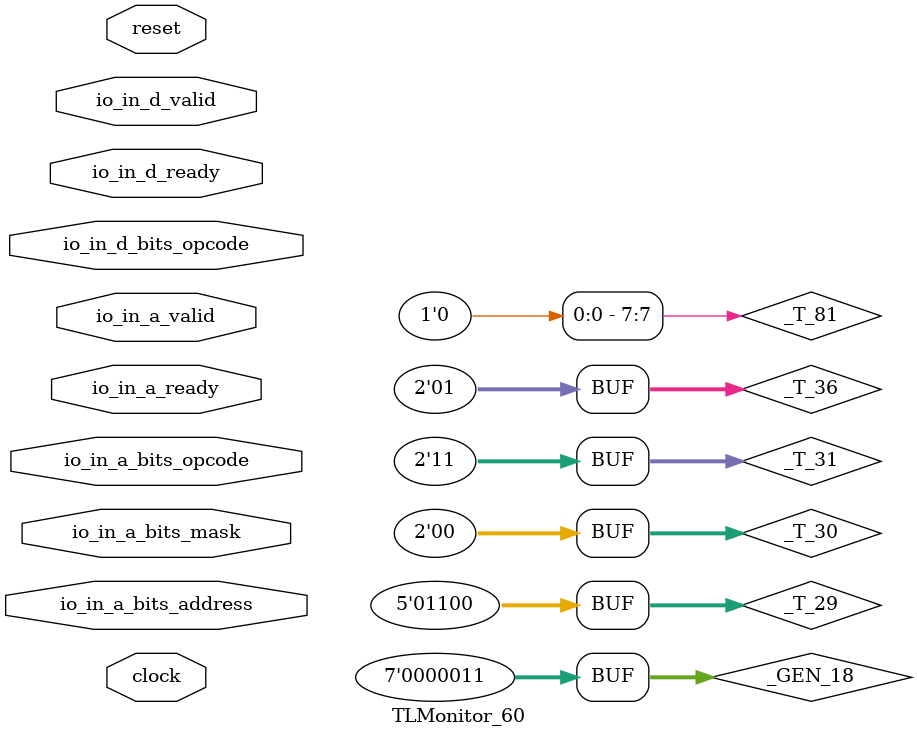
<source format=v>
module TLMonitor_60( 
  input        clock, 
  input        reset, 
  input        io_in_a_ready, 
  input        io_in_a_valid, 
  input  [2:0] io_in_a_bits_opcode, 
  input  [6:0] io_in_a_bits_address, 
  input  [3:0] io_in_a_bits_mask, 
  input        io_in_d_ready, 
  input        io_in_d_valid, 
  input  [2:0] io_in_d_bits_opcode 
);
  wire [31:0] plusarg_reader_out; 
  wire [4:0] _T_29; 
  wire [1:0] _T_30; 
  wire [1:0] _T_31; 
  wire [6:0] _GEN_18; 
  wire [6:0] _T_32; 
  wire  _T_33; 
  wire [1:0] _T_36; 
  wire  _T_78; 
  wire [6:0] _T_80; 
  wire [7:0] _T_81; 
  wire [7:0] _T_82; 
  wire [7:0] _T_83; 
  wire  _T_84; 
  wire  _T_89; 
  wire  _T_101; 
  wire  _T_102; 
  wire [3:0] _T_107; 
  wire  _T_108; 
  wire  _T_110; 
  wire  _T_111; 
  wire  _T_116; 
  wire  _T_158; 
  wire  _T_171; 
  wire  _T_172; 
  wire  _T_183; 
  wire  _T_185; 
  wire  _T_186; 
  wire  _T_191; 
  wire  _T_220; 
  wire  _T_251; 
  wire  _T_277; 
  wire  _T_303; 
  wire  _T_329; 
  wire  _T_331; 
  wire  _T_332; 
  wire  _T_342; 
  wire  _T_362; 
  wire  _T_390; 
  wire  _T_483; 
  reg  _T_493; 
  reg [31:0] _RAND_0;
  wire [1:0] _T_494; 
  wire [1:0] _T_495; 
  wire  _T_496; 
  wire  _T_497; 
  reg [2:0] _T_506; 
  reg [31:0] _RAND_1;
  reg [6:0] _T_514; 
  reg [31:0] _RAND_2;
  wire  _T_515; 
  wire  _T_516; 
  wire  _T_517; 
  wire  _T_519; 
  wire  _T_520; 
  wire  _T_533; 
  wire  _T_535; 
  wire  _T_536; 
  wire  _T_538; 
  wire  _T_539; 
  reg  _T_548; 
  reg [31:0] _RAND_3;
  wire [1:0] _T_549; 
  wire [1:0] _T_550; 
  wire  _T_551; 
  wire  _T_552; 
  reg [2:0] _T_561; 
  reg [31:0] _RAND_4;
  wire  _T_572; 
  wire  _T_573; 
  wire  _T_574; 
  wire  _T_576; 
  wire  _T_577; 
  wire  _T_599; 
  reg  _T_601; 
  reg [31:0] _RAND_5;
  reg  _T_612; 
  reg [31:0] _RAND_6;
  wire [1:0] _T_613; 
  wire [1:0] _T_614; 
  wire  _T_615; 
  wire  _T_616; 
  reg  _T_633; 
  reg [31:0] _RAND_7;
  wire [1:0] _T_634; 
  wire [1:0] _T_635; 
  wire  _T_636; 
  wire  _T_637; 
  wire  _T_648; 
  wire  _T_651; 
  wire  _T_653; 
  wire  _T_655; 
  wire  _T_656; 
  wire [1:0] _GEN_15; 
  wire  _T_661; 
  wire  _T_663; 
  wire  _T_664; 
  wire  _T_646; 
  wire  _T_666; 
  wire  _T_667; 
  wire  _T_670; 
  wire  _T_671; 
  wire [1:0] _GEN_16; 
  wire  _T_672; 
  wire  _T_658; 
  wire  _T_673; 
  wire  _T_674; 
  reg [31:0] _T_676; 
  reg [31:0] _RAND_8;
  wire  _T_678; 
  wire  _T_679; 
  wire  _T_680; 
  wire  _T_681; 
  wire  _T_682; 
  wire  _T_684; 
  wire  _T_685; 
  wire [31:0] _T_687; 
  wire  _T_690; 
  wire  _GEN_19; 
  wire  _GEN_27; 
  wire  _GEN_37; 
  wire  _GEN_43; 
  wire  _GEN_49; 
  wire  _GEN_53; 
  wire  _GEN_59; 
  wire  _GEN_65; 
  wire  _GEN_71; 
  wire  _GEN_73; 
  plusarg_reader #(.FORMAT("tilelink_timeout=%d"), .DEFAULT(0)) plusarg_reader ( 
    .out(plusarg_reader_out)
  );
  assign _T_29 = 5'h3 << 2'h2; 
  assign _T_30 = _T_29[1:0]; 
  assign _T_31 = ~ _T_30; 
  assign _GEN_18 = {{5'd0}, _T_31}; 
  assign _T_32 = io_in_a_bits_address & _GEN_18; 
  assign _T_33 = _T_32 == 7'h0; 
  assign _T_36 = 2'h1 << 1'h0; 
  assign _T_78 = io_in_a_bits_opcode == 3'h6; 
  assign _T_80 = io_in_a_bits_address ^ 7'h40; 
  assign _T_81 = {1'b0,$signed(_T_80)}; 
  assign _T_82 = $signed(_T_81) & $signed(-8'sh4); 
  assign _T_83 = $signed(_T_82); 
  assign _T_84 = $signed(_T_83) == $signed(8'sh0); 
  assign _T_89 = reset == 1'h0; 
  assign _T_101 = _T_33 | reset; 
  assign _T_102 = _T_101 == 1'h0; 
  assign _T_107 = ~ io_in_a_bits_mask; 
  assign _T_108 = _T_107 == 4'h0; 
  assign _T_110 = _T_108 | reset; 
  assign _T_111 = _T_110 == 1'h0; 
  assign _T_116 = io_in_a_bits_opcode == 3'h7; 
  assign _T_158 = io_in_a_bits_opcode == 3'h4; 
  assign _T_171 = _T_84 | reset; 
  assign _T_172 = _T_171 == 1'h0; 
  assign _T_183 = io_in_a_bits_mask == 4'hf; 
  assign _T_185 = _T_183 | reset; 
  assign _T_186 = _T_185 == 1'h0; 
  assign _T_191 = io_in_a_bits_opcode == 3'h0; 
  assign _T_220 = io_in_a_bits_opcode == 3'h1; 
  assign _T_251 = io_in_a_bits_opcode == 3'h2; 
  assign _T_277 = io_in_a_bits_opcode == 3'h3; 
  assign _T_303 = io_in_a_bits_opcode == 3'h5; 
  assign _T_329 = io_in_d_bits_opcode <= 3'h6; 
  assign _T_331 = _T_329 | reset; 
  assign _T_332 = _T_331 == 1'h0; 
  assign _T_342 = io_in_d_bits_opcode == 3'h6; 
  assign _T_362 = io_in_d_bits_opcode == 3'h4; 
  assign _T_390 = io_in_d_bits_opcode == 3'h5; 
  assign _T_483 = io_in_a_ready & io_in_a_valid; 
  assign _T_494 = _T_493 - 1'h1; 
  assign _T_495 = $unsigned(_T_494); 
  assign _T_496 = _T_495[0:0]; 
  assign _T_497 = _T_493 == 1'h0; 
  assign _T_515 = _T_497 == 1'h0; 
  assign _T_516 = io_in_a_valid & _T_515; 
  assign _T_517 = io_in_a_bits_opcode == _T_506; 
  assign _T_519 = _T_517 | reset; 
  assign _T_520 = _T_519 == 1'h0; 
  assign _T_533 = io_in_a_bits_address == _T_514; 
  assign _T_535 = _T_533 | reset; 
  assign _T_536 = _T_535 == 1'h0; 
  assign _T_538 = _T_483 & _T_497; 
  assign _T_539 = io_in_d_ready & io_in_d_valid; 
  assign _T_549 = _T_548 - 1'h1; 
  assign _T_550 = $unsigned(_T_549); 
  assign _T_551 = _T_550[0:0]; 
  assign _T_552 = _T_548 == 1'h0; 
  assign _T_572 = _T_552 == 1'h0; 
  assign _T_573 = io_in_d_valid & _T_572; 
  assign _T_574 = io_in_d_bits_opcode == _T_561; 
  assign _T_576 = _T_574 | reset; 
  assign _T_577 = _T_576 == 1'h0; 
  assign _T_599 = _T_539 & _T_552; 
  assign _T_613 = _T_612 - 1'h1; 
  assign _T_614 = $unsigned(_T_613); 
  assign _T_615 = _T_614[0:0]; 
  assign _T_616 = _T_612 == 1'h0; 
  assign _T_634 = _T_633 - 1'h1; 
  assign _T_635 = $unsigned(_T_634); 
  assign _T_636 = _T_635[0:0]; 
  assign _T_637 = _T_633 == 1'h0; 
  assign _T_648 = _T_483 & _T_616; 
  assign _T_651 = _T_601 >> 1'h0; 
  assign _T_653 = _T_651 == 1'h0; 
  assign _T_655 = _T_653 | reset; 
  assign _T_656 = _T_655 == 1'h0; 
  assign _GEN_15 = _T_648 ? _T_36 : 2'h0; 
  assign _T_661 = _T_539 & _T_637; 
  assign _T_663 = _T_342 == 1'h0; 
  assign _T_664 = _T_661 & _T_663; 
  assign _T_646 = _GEN_15[0]; 
  assign _T_666 = _T_646 | _T_601; 
  assign _T_667 = _T_666 >> 1'h0; 
  assign _T_670 = _T_667 | reset; 
  assign _T_671 = _T_670 == 1'h0; 
  assign _GEN_16 = _T_664 ? _T_36 : 2'h0; 
  assign _T_672 = _T_601 | _T_646; 
  assign _T_658 = _GEN_16[0]; 
  assign _T_673 = ~ _T_658; 
  assign _T_674 = _T_672 & _T_673; 
  assign _T_678 = _T_601 == 1'h0; 
  assign _T_679 = plusarg_reader_out == 32'h0; 
  assign _T_680 = _T_678 | _T_679; 
  assign _T_681 = _T_676 < plusarg_reader_out; 
  assign _T_682 = _T_680 | _T_681; 
  assign _T_684 = _T_682 | reset; 
  assign _T_685 = _T_684 == 1'h0; 
  assign _T_687 = _T_676 + 32'h1; 
  assign _T_690 = _T_483 | _T_539; 
  assign _GEN_19 = io_in_a_valid & _T_78; 
  assign _GEN_27 = io_in_a_valid & _T_116; 
  assign _GEN_37 = io_in_a_valid & _T_158; 
  assign _GEN_43 = io_in_a_valid & _T_191; 
  assign _GEN_49 = io_in_a_valid & _T_220; 
  assign _GEN_53 = io_in_a_valid & _T_251; 
  assign _GEN_59 = io_in_a_valid & _T_277; 
  assign _GEN_65 = io_in_a_valid & _T_303; 
  assign _GEN_71 = io_in_d_valid & _T_362; 
  assign _GEN_73 = io_in_d_valid & _T_390; 
`ifdef RANDOMIZE_GARBAGE_ASSIGN
`define RANDOMIZE
`endif
`ifdef RANDOMIZE_INVALID_ASSIGN
`define RANDOMIZE
`endif
`ifdef RANDOMIZE_REG_INIT
`define RANDOMIZE
`endif
`ifdef RANDOMIZE_MEM_INIT
`define RANDOMIZE
`endif
`ifndef RANDOM
`define RANDOM $random
`endif
`ifdef RANDOMIZE
  integer initvar;
  initial begin
    `ifdef INIT_RANDOM
      `INIT_RANDOM
    `endif
    `ifndef VERILATOR
      `ifdef RANDOMIZE_DELAY
        #`RANDOMIZE_DELAY begin end
      `else
        #0.002 begin end
      `endif
    `endif
  `ifdef RANDOMIZE_REG_INIT
  _RAND_0 = {1{`RANDOM}};
  _T_493 = _RAND_0[0:0];
  `endif // RANDOMIZE_REG_INIT
  `ifdef RANDOMIZE_REG_INIT
  _RAND_1 = {1{`RANDOM}};
  _T_506 = _RAND_1[2:0];
  `endif // RANDOMIZE_REG_INIT
  `ifdef RANDOMIZE_REG_INIT
  _RAND_2 = {1{`RANDOM}};
  _T_514 = _RAND_2[6:0];
  `endif // RANDOMIZE_REG_INIT
  `ifdef RANDOMIZE_REG_INIT
  _RAND_3 = {1{`RANDOM}};
  _T_548 = _RAND_3[0:0];
  `endif // RANDOMIZE_REG_INIT
  `ifdef RANDOMIZE_REG_INIT
  _RAND_4 = {1{`RANDOM}};
  _T_561 = _RAND_4[2:0];
  `endif // RANDOMIZE_REG_INIT
  `ifdef RANDOMIZE_REG_INIT
  _RAND_5 = {1{`RANDOM}};
  _T_601 = _RAND_5[0:0];
  `endif // RANDOMIZE_REG_INIT
  `ifdef RANDOMIZE_REG_INIT
  _RAND_6 = {1{`RANDOM}};
  _T_612 = _RAND_6[0:0];
  `endif // RANDOMIZE_REG_INIT
  `ifdef RANDOMIZE_REG_INIT
  _RAND_7 = {1{`RANDOM}};
  _T_633 = _RAND_7[0:0];
  `endif // RANDOMIZE_REG_INIT
  `ifdef RANDOMIZE_REG_INIT
  _RAND_8 = {1{`RANDOM}};
  _T_676 = _RAND_8[31:0];
  `endif // RANDOMIZE_REG_INIT
  end
`endif // RANDOMIZE
  always @(posedge clock) begin
    if (reset) begin
      _T_493 <= 1'h0;
    end else begin
      if (_T_483) begin
        if (_T_497) begin
          _T_493 <= 1'h0;
        end else begin
          _T_493 <= _T_496;
        end
      end
    end
    if (_T_538) begin
      _T_506 <= io_in_a_bits_opcode;
    end
    if (_T_538) begin
      _T_514 <= io_in_a_bits_address;
    end
    if (reset) begin
      _T_548 <= 1'h0;
    end else begin
      if (_T_539) begin
        if (_T_552) begin
          _T_548 <= 1'h0;
        end else begin
          _T_548 <= _T_551;
        end
      end
    end
    if (_T_599) begin
      _T_561 <= io_in_d_bits_opcode;
    end
    if (reset) begin
      _T_601 <= 1'h0;
    end else begin
      _T_601 <= _T_674;
    end
    if (reset) begin
      _T_612 <= 1'h0;
    end else begin
      if (_T_483) begin
        if (_T_616) begin
          _T_612 <= 1'h0;
        end else begin
          _T_612 <= _T_615;
        end
      end
    end
    if (reset) begin
      _T_633 <= 1'h0;
    end else begin
      if (_T_539) begin
        if (_T_637) begin
          _T_633 <= 1'h0;
        end else begin
          _T_633 <= _T_636;
        end
      end
    end
    if (reset) begin
      _T_676 <= 32'h0;
    end else begin
      if (_T_690) begin
        _T_676 <= 32'h0;
      end else begin
        _T_676 <= _T_687;
      end
    end
    `ifndef SYNTHESIS
    `ifdef PRINTF_COND
      if (`PRINTF_COND) begin
    `endif
        if (1'h0) begin
          $fwrite(32'h80000002,"Assertion failed: 'A' channel has invalid opcode (connected at Debug.scala:353:19)\n    at Monitor.scala:39 assert (TLMessages.isA(bundle.opcode), \"'A' channel has invalid opcode\" + extra)\n"); 
        end
    `ifdef PRINTF_COND
      end
    `endif
    `endif // SYNTHESIS
    `ifndef SYNTHESIS
    `ifdef STOP_COND
      if (`STOP_COND) begin
    `endif
        if (1'h0) begin
          $fatal; 
        end
    `ifdef STOP_COND
      end
    `endif
    `endif // SYNTHESIS
    `ifndef SYNTHESIS
    `ifdef PRINTF_COND
      if (`PRINTF_COND) begin
    `endif
        if (1'h0) begin
          $fwrite(32'h80000002,"Assertion failed: 'A' channel carries an address illegal for the specified bank visibility\n    at Monitor.scala:46 assert (visible(edge.address(bundle), bundle.source, edge), \"'A' channel carries an address illegal for the specified bank visibility\")\n"); 
        end
    `ifdef PRINTF_COND
      end
    `endif
    `endif // SYNTHESIS
    `ifndef SYNTHESIS
    `ifdef STOP_COND
      if (`STOP_COND) begin
    `endif
        if (1'h0) begin
          $fatal; 
        end
    `ifdef STOP_COND
      end
    `endif
    `endif // SYNTHESIS
    `ifndef SYNTHESIS
    `ifdef PRINTF_COND
      if (`PRINTF_COND) begin
    `endif
        if (_GEN_19 & _T_89) begin
          $fwrite(32'h80000002,"Assertion failed: 'A' channel carries AcquireBlock type unsupported by manager (connected at Debug.scala:353:19)\n    at Monitor.scala:49 assert (edge.manager.supportsAcquireBSafe(edge.address(bundle), bundle.size), \"'A' channel carries AcquireBlock type unsupported by manager\" + extra)\n"); 
        end
    `ifdef PRINTF_COND
      end
    `endif
    `endif // SYNTHESIS
    `ifndef SYNTHESIS
    `ifdef STOP_COND
      if (`STOP_COND) begin
    `endif
        if (_GEN_19 & _T_89) begin
          $fatal; 
        end
    `ifdef STOP_COND
      end
    `endif
    `endif // SYNTHESIS
    `ifndef SYNTHESIS
    `ifdef PRINTF_COND
      if (`PRINTF_COND) begin
    `endif
        if (_GEN_19 & _T_89) begin
          $fwrite(32'h80000002,"Assertion failed: 'A' channel carries AcquireBlock from a client which does not support Probe (connected at Debug.scala:353:19)\n    at Monitor.scala:50 assert (edge.client.supportsProbe(edge.source(bundle), bundle.size), \"'A' channel carries AcquireBlock from a client which does not support Probe\" + extra)\n"); 
        end
    `ifdef PRINTF_COND
      end
    `endif
    `endif // SYNTHESIS
    `ifndef SYNTHESIS
    `ifdef STOP_COND
      if (`STOP_COND) begin
    `endif
        if (_GEN_19 & _T_89) begin
          $fatal; 
        end
    `ifdef STOP_COND
      end
    `endif
    `endif // SYNTHESIS
    `ifndef SYNTHESIS
    `ifdef PRINTF_COND
      if (`PRINTF_COND) begin
    `endif
        if (1'h0) begin
          $fwrite(32'h80000002,"Assertion failed: 'A' channel AcquireBlock carries invalid source ID (connected at Debug.scala:353:19)\n    at Monitor.scala:51 assert (source_ok, \"'A' channel AcquireBlock carries invalid source ID\" + extra)\n"); 
        end
    `ifdef PRINTF_COND
      end
    `endif
    `endif // SYNTHESIS
    `ifndef SYNTHESIS
    `ifdef STOP_COND
      if (`STOP_COND) begin
    `endif
        if (1'h0) begin
          $fatal; 
        end
    `ifdef STOP_COND
      end
    `endif
    `endif // SYNTHESIS
    `ifndef SYNTHESIS
    `ifdef PRINTF_COND
      if (`PRINTF_COND) begin
    `endif
        if (1'h0) begin
          $fwrite(32'h80000002,"Assertion failed: 'A' channel AcquireBlock smaller than a beat (connected at Debug.scala:353:19)\n    at Monitor.scala:52 assert (bundle.size >= UInt(log2Ceil(edge.manager.beatBytes)), \"'A' channel AcquireBlock smaller than a beat\" + extra)\n"); 
        end
    `ifdef PRINTF_COND
      end
    `endif
    `endif // SYNTHESIS
    `ifndef SYNTHESIS
    `ifdef STOP_COND
      if (`STOP_COND) begin
    `endif
        if (1'h0) begin
          $fatal; 
        end
    `ifdef STOP_COND
      end
    `endif
    `endif // SYNTHESIS
    `ifndef SYNTHESIS
    `ifdef PRINTF_COND
      if (`PRINTF_COND) begin
    `endif
        if (_GEN_19 & _T_102) begin
          $fwrite(32'h80000002,"Assertion failed: 'A' channel AcquireBlock address not aligned to size (connected at Debug.scala:353:19)\n    at Monitor.scala:53 assert (is_aligned, \"'A' channel AcquireBlock address not aligned to size\" + extra)\n"); 
        end
    `ifdef PRINTF_COND
      end
    `endif
    `endif // SYNTHESIS
    `ifndef SYNTHESIS
    `ifdef STOP_COND
      if (`STOP_COND) begin
    `endif
        if (_GEN_19 & _T_102) begin
          $fatal; 
        end
    `ifdef STOP_COND
      end
    `endif
    `endif // SYNTHESIS
    `ifndef SYNTHESIS
    `ifdef PRINTF_COND
      if (`PRINTF_COND) begin
    `endif
        if (1'h0) begin
          $fwrite(32'h80000002,"Assertion failed: 'A' channel AcquireBlock carries invalid grow param (connected at Debug.scala:353:19)\n    at Monitor.scala:54 assert (TLPermissions.isGrow(bundle.param), \"'A' channel AcquireBlock carries invalid grow param\" + extra)\n"); 
        end
    `ifdef PRINTF_COND
      end
    `endif
    `endif // SYNTHESIS
    `ifndef SYNTHESIS
    `ifdef STOP_COND
      if (`STOP_COND) begin
    `endif
        if (1'h0) begin
          $fatal; 
        end
    `ifdef STOP_COND
      end
    `endif
    `endif // SYNTHESIS
    `ifndef SYNTHESIS
    `ifdef PRINTF_COND
      if (`PRINTF_COND) begin
    `endif
        if (_GEN_19 & _T_111) begin
          $fwrite(32'h80000002,"Assertion failed: 'A' channel AcquireBlock contains invalid mask (connected at Debug.scala:353:19)\n    at Monitor.scala:55 assert (~bundle.mask === UInt(0), \"'A' channel AcquireBlock contains invalid mask\" + extra)\n"); 
        end
    `ifdef PRINTF_COND
      end
    `endif
    `endif // SYNTHESIS
    `ifndef SYNTHESIS
    `ifdef STOP_COND
      if (`STOP_COND) begin
    `endif
        if (_GEN_19 & _T_111) begin
          $fatal; 
        end
    `ifdef STOP_COND
      end
    `endif
    `endif // SYNTHESIS
    `ifndef SYNTHESIS
    `ifdef PRINTF_COND
      if (`PRINTF_COND) begin
    `endif
        if (1'h0) begin
          $fwrite(32'h80000002,"Assertion failed: 'A' channel AcquireBlock is corrupt (connected at Debug.scala:353:19)\n    at Monitor.scala:56 assert (!bundle.corrupt, \"'A' channel AcquireBlock is corrupt\" + extra)\n"); 
        end
    `ifdef PRINTF_COND
      end
    `endif
    `endif // SYNTHESIS
    `ifndef SYNTHESIS
    `ifdef STOP_COND
      if (`STOP_COND) begin
    `endif
        if (1'h0) begin
          $fatal; 
        end
    `ifdef STOP_COND
      end
    `endif
    `endif // SYNTHESIS
    `ifndef SYNTHESIS
    `ifdef PRINTF_COND
      if (`PRINTF_COND) begin
    `endif
        if (_GEN_27 & _T_89) begin
          $fwrite(32'h80000002,"Assertion failed: 'A' channel carries AcquirePerm type unsupported by manager (connected at Debug.scala:353:19)\n    at Monitor.scala:60 assert (edge.manager.supportsAcquireBSafe(edge.address(bundle), bundle.size), \"'A' channel carries AcquirePerm type unsupported by manager\" + extra)\n"); 
        end
    `ifdef PRINTF_COND
      end
    `endif
    `endif // SYNTHESIS
    `ifndef SYNTHESIS
    `ifdef STOP_COND
      if (`STOP_COND) begin
    `endif
        if (_GEN_27 & _T_89) begin
          $fatal; 
        end
    `ifdef STOP_COND
      end
    `endif
    `endif // SYNTHESIS
    `ifndef SYNTHESIS
    `ifdef PRINTF_COND
      if (`PRINTF_COND) begin
    `endif
        if (_GEN_27 & _T_89) begin
          $fwrite(32'h80000002,"Assertion failed: 'A' channel carries AcquirePerm from a client which does not support Probe (connected at Debug.scala:353:19)\n    at Monitor.scala:61 assert (edge.client.supportsProbe(edge.source(bundle), bundle.size), \"'A' channel carries AcquirePerm from a client which does not support Probe\" + extra)\n"); 
        end
    `ifdef PRINTF_COND
      end
    `endif
    `endif // SYNTHESIS
    `ifndef SYNTHESIS
    `ifdef STOP_COND
      if (`STOP_COND) begin
    `endif
        if (_GEN_27 & _T_89) begin
          $fatal; 
        end
    `ifdef STOP_COND
      end
    `endif
    `endif // SYNTHESIS
    `ifndef SYNTHESIS
    `ifdef PRINTF_COND
      if (`PRINTF_COND) begin
    `endif
        if (1'h0) begin
          $fwrite(32'h80000002,"Assertion failed: 'A' channel AcquirePerm carries invalid source ID (connected at Debug.scala:353:19)\n    at Monitor.scala:62 assert (source_ok, \"'A' channel AcquirePerm carries invalid source ID\" + extra)\n"); 
        end
    `ifdef PRINTF_COND
      end
    `endif
    `endif // SYNTHESIS
    `ifndef SYNTHESIS
    `ifdef STOP_COND
      if (`STOP_COND) begin
    `endif
        if (1'h0) begin
          $fatal; 
        end
    `ifdef STOP_COND
      end
    `endif
    `endif // SYNTHESIS
    `ifndef SYNTHESIS
    `ifdef PRINTF_COND
      if (`PRINTF_COND) begin
    `endif
        if (1'h0) begin
          $fwrite(32'h80000002,"Assertion failed: 'A' channel AcquirePerm smaller than a beat (connected at Debug.scala:353:19)\n    at Monitor.scala:63 assert (bundle.size >= UInt(log2Ceil(edge.manager.beatBytes)), \"'A' channel AcquirePerm smaller than a beat\" + extra)\n"); 
        end
    `ifdef PRINTF_COND
      end
    `endif
    `endif // SYNTHESIS
    `ifndef SYNTHESIS
    `ifdef STOP_COND
      if (`STOP_COND) begin
    `endif
        if (1'h0) begin
          $fatal; 
        end
    `ifdef STOP_COND
      end
    `endif
    `endif // SYNTHESIS
    `ifndef SYNTHESIS
    `ifdef PRINTF_COND
      if (`PRINTF_COND) begin
    `endif
        if (_GEN_27 & _T_102) begin
          $fwrite(32'h80000002,"Assertion failed: 'A' channel AcquirePerm address not aligned to size (connected at Debug.scala:353:19)\n    at Monitor.scala:64 assert (is_aligned, \"'A' channel AcquirePerm address not aligned to size\" + extra)\n"); 
        end
    `ifdef PRINTF_COND
      end
    `endif
    `endif // SYNTHESIS
    `ifndef SYNTHESIS
    `ifdef STOP_COND
      if (`STOP_COND) begin
    `endif
        if (_GEN_27 & _T_102) begin
          $fatal; 
        end
    `ifdef STOP_COND
      end
    `endif
    `endif // SYNTHESIS
    `ifndef SYNTHESIS
    `ifdef PRINTF_COND
      if (`PRINTF_COND) begin
    `endif
        if (1'h0) begin
          $fwrite(32'h80000002,"Assertion failed: 'A' channel AcquirePerm carries invalid grow param (connected at Debug.scala:353:19)\n    at Monitor.scala:65 assert (TLPermissions.isGrow(bundle.param), \"'A' channel AcquirePerm carries invalid grow param\" + extra)\n"); 
        end
    `ifdef PRINTF_COND
      end
    `endif
    `endif // SYNTHESIS
    `ifndef SYNTHESIS
    `ifdef STOP_COND
      if (`STOP_COND) begin
    `endif
        if (1'h0) begin
          $fatal; 
        end
    `ifdef STOP_COND
      end
    `endif
    `endif // SYNTHESIS
    `ifndef SYNTHESIS
    `ifdef PRINTF_COND
      if (`PRINTF_COND) begin
    `endif
        if (_GEN_27 & _T_89) begin
          $fwrite(32'h80000002,"Assertion failed: 'A' channel AcquirePerm requests NtoB (connected at Debug.scala:353:19)\n    at Monitor.scala:66 assert (bundle.param =/= TLPermissions.NtoB, \"'A' channel AcquirePerm requests NtoB\" + extra)\n"); 
        end
    `ifdef PRINTF_COND
      end
    `endif
    `endif // SYNTHESIS
    `ifndef SYNTHESIS
    `ifdef STOP_COND
      if (`STOP_COND) begin
    `endif
        if (_GEN_27 & _T_89) begin
          $fatal; 
        end
    `ifdef STOP_COND
      end
    `endif
    `endif // SYNTHESIS
    `ifndef SYNTHESIS
    `ifdef PRINTF_COND
      if (`PRINTF_COND) begin
    `endif
        if (_GEN_27 & _T_111) begin
          $fwrite(32'h80000002,"Assertion failed: 'A' channel AcquirePerm contains invalid mask (connected at Debug.scala:353:19)\n    at Monitor.scala:67 assert (~bundle.mask === UInt(0), \"'A' channel AcquirePerm contains invalid mask\" + extra)\n"); 
        end
    `ifdef PRINTF_COND
      end
    `endif
    `endif // SYNTHESIS
    `ifndef SYNTHESIS
    `ifdef STOP_COND
      if (`STOP_COND) begin
    `endif
        if (_GEN_27 & _T_111) begin
          $fatal; 
        end
    `ifdef STOP_COND
      end
    `endif
    `endif // SYNTHESIS
    `ifndef SYNTHESIS
    `ifdef PRINTF_COND
      if (`PRINTF_COND) begin
    `endif
        if (1'h0) begin
          $fwrite(32'h80000002,"Assertion failed: 'A' channel AcquirePerm is corrupt (connected at Debug.scala:353:19)\n    at Monitor.scala:68 assert (!bundle.corrupt, \"'A' channel AcquirePerm is corrupt\" + extra)\n"); 
        end
    `ifdef PRINTF_COND
      end
    `endif
    `endif // SYNTHESIS
    `ifndef SYNTHESIS
    `ifdef STOP_COND
      if (`STOP_COND) begin
    `endif
        if (1'h0) begin
          $fatal; 
        end
    `ifdef STOP_COND
      end
    `endif
    `endif // SYNTHESIS
    `ifndef SYNTHESIS
    `ifdef PRINTF_COND
      if (`PRINTF_COND) begin
    `endif
        if (_GEN_37 & _T_172) begin
          $fwrite(32'h80000002,"Assertion failed: 'A' channel carries Get type unsupported by manager (connected at Debug.scala:353:19)\n    at Monitor.scala:72 assert (edge.manager.supportsGetSafe(edge.address(bundle), bundle.size), \"'A' channel carries Get type unsupported by manager\" + extra)\n"); 
        end
    `ifdef PRINTF_COND
      end
    `endif
    `endif // SYNTHESIS
    `ifndef SYNTHESIS
    `ifdef STOP_COND
      if (`STOP_COND) begin
    `endif
        if (_GEN_37 & _T_172) begin
          $fatal; 
        end
    `ifdef STOP_COND
      end
    `endif
    `endif // SYNTHESIS
    `ifndef SYNTHESIS
    `ifdef PRINTF_COND
      if (`PRINTF_COND) begin
    `endif
        if (1'h0) begin
          $fwrite(32'h80000002,"Assertion failed: 'A' channel Get carries invalid source ID (connected at Debug.scala:353:19)\n    at Monitor.scala:73 assert (source_ok, \"'A' channel Get carries invalid source ID\" + extra)\n"); 
        end
    `ifdef PRINTF_COND
      end
    `endif
    `endif // SYNTHESIS
    `ifndef SYNTHESIS
    `ifdef STOP_COND
      if (`STOP_COND) begin
    `endif
        if (1'h0) begin
          $fatal; 
        end
    `ifdef STOP_COND
      end
    `endif
    `endif // SYNTHESIS
    `ifndef SYNTHESIS
    `ifdef PRINTF_COND
      if (`PRINTF_COND) begin
    `endif
        if (_GEN_37 & _T_102) begin
          $fwrite(32'h80000002,"Assertion failed: 'A' channel Get address not aligned to size (connected at Debug.scala:353:19)\n    at Monitor.scala:74 assert (is_aligned, \"'A' channel Get address not aligned to size\" + extra)\n"); 
        end
    `ifdef PRINTF_COND
      end
    `endif
    `endif // SYNTHESIS
    `ifndef SYNTHESIS
    `ifdef STOP_COND
      if (`STOP_COND) begin
    `endif
        if (_GEN_37 & _T_102) begin
          $fatal; 
        end
    `ifdef STOP_COND
      end
    `endif
    `endif // SYNTHESIS
    `ifndef SYNTHESIS
    `ifdef PRINTF_COND
      if (`PRINTF_COND) begin
    `endif
        if (1'h0) begin
          $fwrite(32'h80000002,"Assertion failed: 'A' channel Get carries invalid param (connected at Debug.scala:353:19)\n    at Monitor.scala:75 assert (bundle.param === UInt(0), \"'A' channel Get carries invalid param\" + extra)\n"); 
        end
    `ifdef PRINTF_COND
      end
    `endif
    `endif // SYNTHESIS
    `ifndef SYNTHESIS
    `ifdef STOP_COND
      if (`STOP_COND) begin
    `endif
        if (1'h0) begin
          $fatal; 
        end
    `ifdef STOP_COND
      end
    `endif
    `endif // SYNTHESIS
    `ifndef SYNTHESIS
    `ifdef PRINTF_COND
      if (`PRINTF_COND) begin
    `endif
        if (_GEN_37 & _T_186) begin
          $fwrite(32'h80000002,"Assertion failed: 'A' channel Get contains invalid mask (connected at Debug.scala:353:19)\n    at Monitor.scala:76 assert (bundle.mask === mask, \"'A' channel Get contains invalid mask\" + extra)\n"); 
        end
    `ifdef PRINTF_COND
      end
    `endif
    `endif // SYNTHESIS
    `ifndef SYNTHESIS
    `ifdef STOP_COND
      if (`STOP_COND) begin
    `endif
        if (_GEN_37 & _T_186) begin
          $fatal; 
        end
    `ifdef STOP_COND
      end
    `endif
    `endif // SYNTHESIS
    `ifndef SYNTHESIS
    `ifdef PRINTF_COND
      if (`PRINTF_COND) begin
    `endif
        if (1'h0) begin
          $fwrite(32'h80000002,"Assertion failed: 'A' channel Get is corrupt (connected at Debug.scala:353:19)\n    at Monitor.scala:77 assert (!bundle.corrupt, \"'A' channel Get is corrupt\" + extra)\n"); 
        end
    `ifdef PRINTF_COND
      end
    `endif
    `endif // SYNTHESIS
    `ifndef SYNTHESIS
    `ifdef STOP_COND
      if (`STOP_COND) begin
    `endif
        if (1'h0) begin
          $fatal; 
        end
    `ifdef STOP_COND
      end
    `endif
    `endif // SYNTHESIS
    `ifndef SYNTHESIS
    `ifdef PRINTF_COND
      if (`PRINTF_COND) begin
    `endif
        if (_GEN_43 & _T_172) begin
          $fwrite(32'h80000002,"Assertion failed: 'A' channel carries PutFull type unsupported by manager (connected at Debug.scala:353:19)\n    at Monitor.scala:81 assert (edge.manager.supportsPutFullSafe(edge.address(bundle), bundle.size), \"'A' channel carries PutFull type unsupported by manager\" + extra)\n"); 
        end
    `ifdef PRINTF_COND
      end
    `endif
    `endif // SYNTHESIS
    `ifndef SYNTHESIS
    `ifdef STOP_COND
      if (`STOP_COND) begin
    `endif
        if (_GEN_43 & _T_172) begin
          $fatal; 
        end
    `ifdef STOP_COND
      end
    `endif
    `endif // SYNTHESIS
    `ifndef SYNTHESIS
    `ifdef PRINTF_COND
      if (`PRINTF_COND) begin
    `endif
        if (1'h0) begin
          $fwrite(32'h80000002,"Assertion failed: 'A' channel PutFull carries invalid source ID (connected at Debug.scala:353:19)\n    at Monitor.scala:82 assert (source_ok, \"'A' channel PutFull carries invalid source ID\" + extra)\n"); 
        end
    `ifdef PRINTF_COND
      end
    `endif
    `endif // SYNTHESIS
    `ifndef SYNTHESIS
    `ifdef STOP_COND
      if (`STOP_COND) begin
    `endif
        if (1'h0) begin
          $fatal; 
        end
    `ifdef STOP_COND
      end
    `endif
    `endif // SYNTHESIS
    `ifndef SYNTHESIS
    `ifdef PRINTF_COND
      if (`PRINTF_COND) begin
    `endif
        if (_GEN_43 & _T_102) begin
          $fwrite(32'h80000002,"Assertion failed: 'A' channel PutFull address not aligned to size (connected at Debug.scala:353:19)\n    at Monitor.scala:83 assert (is_aligned, \"'A' channel PutFull address not aligned to size\" + extra)\n"); 
        end
    `ifdef PRINTF_COND
      end
    `endif
    `endif // SYNTHESIS
    `ifndef SYNTHESIS
    `ifdef STOP_COND
      if (`STOP_COND) begin
    `endif
        if (_GEN_43 & _T_102) begin
          $fatal; 
        end
    `ifdef STOP_COND
      end
    `endif
    `endif // SYNTHESIS
    `ifndef SYNTHESIS
    `ifdef PRINTF_COND
      if (`PRINTF_COND) begin
    `endif
        if (1'h0) begin
          $fwrite(32'h80000002,"Assertion failed: 'A' channel PutFull carries invalid param (connected at Debug.scala:353:19)\n    at Monitor.scala:84 assert (bundle.param === UInt(0), \"'A' channel PutFull carries invalid param\" + extra)\n"); 
        end
    `ifdef PRINTF_COND
      end
    `endif
    `endif // SYNTHESIS
    `ifndef SYNTHESIS
    `ifdef STOP_COND
      if (`STOP_COND) begin
    `endif
        if (1'h0) begin
          $fatal; 
        end
    `ifdef STOP_COND
      end
    `endif
    `endif // SYNTHESIS
    `ifndef SYNTHESIS
    `ifdef PRINTF_COND
      if (`PRINTF_COND) begin
    `endif
        if (_GEN_43 & _T_186) begin
          $fwrite(32'h80000002,"Assertion failed: 'A' channel PutFull contains invalid mask (connected at Debug.scala:353:19)\n    at Monitor.scala:85 assert (bundle.mask === mask, \"'A' channel PutFull contains invalid mask\" + extra)\n"); 
        end
    `ifdef PRINTF_COND
      end
    `endif
    `endif // SYNTHESIS
    `ifndef SYNTHESIS
    `ifdef STOP_COND
      if (`STOP_COND) begin
    `endif
        if (_GEN_43 & _T_186) begin
          $fatal; 
        end
    `ifdef STOP_COND
      end
    `endif
    `endif // SYNTHESIS
    `ifndef SYNTHESIS
    `ifdef PRINTF_COND
      if (`PRINTF_COND) begin
    `endif
        if (_GEN_49 & _T_172) begin
          $fwrite(32'h80000002,"Assertion failed: 'A' channel carries PutPartial type unsupported by manager (connected at Debug.scala:353:19)\n    at Monitor.scala:89 assert (edge.manager.supportsPutPartialSafe(edge.address(bundle), bundle.size), \"'A' channel carries PutPartial type unsupported by manager\" + extra)\n"); 
        end
    `ifdef PRINTF_COND
      end
    `endif
    `endif // SYNTHESIS
    `ifndef SYNTHESIS
    `ifdef STOP_COND
      if (`STOP_COND) begin
    `endif
        if (_GEN_49 & _T_172) begin
          $fatal; 
        end
    `ifdef STOP_COND
      end
    `endif
    `endif // SYNTHESIS
    `ifndef SYNTHESIS
    `ifdef PRINTF_COND
      if (`PRINTF_COND) begin
    `endif
        if (1'h0) begin
          $fwrite(32'h80000002,"Assertion failed: 'A' channel PutPartial carries invalid source ID (connected at Debug.scala:353:19)\n    at Monitor.scala:90 assert (source_ok, \"'A' channel PutPartial carries invalid source ID\" + extra)\n"); 
        end
    `ifdef PRINTF_COND
      end
    `endif
    `endif // SYNTHESIS
    `ifndef SYNTHESIS
    `ifdef STOP_COND
      if (`STOP_COND) begin
    `endif
        if (1'h0) begin
          $fatal; 
        end
    `ifdef STOP_COND
      end
    `endif
    `endif // SYNTHESIS
    `ifndef SYNTHESIS
    `ifdef PRINTF_COND
      if (`PRINTF_COND) begin
    `endif
        if (_GEN_49 & _T_102) begin
          $fwrite(32'h80000002,"Assertion failed: 'A' channel PutPartial address not aligned to size (connected at Debug.scala:353:19)\n    at Monitor.scala:91 assert (is_aligned, \"'A' channel PutPartial address not aligned to size\" + extra)\n"); 
        end
    `ifdef PRINTF_COND
      end
    `endif
    `endif // SYNTHESIS
    `ifndef SYNTHESIS
    `ifdef STOP_COND
      if (`STOP_COND) begin
    `endif
        if (_GEN_49 & _T_102) begin
          $fatal; 
        end
    `ifdef STOP_COND
      end
    `endif
    `endif // SYNTHESIS
    `ifndef SYNTHESIS
    `ifdef PRINTF_COND
      if (`PRINTF_COND) begin
    `endif
        if (1'h0) begin
          $fwrite(32'h80000002,"Assertion failed: 'A' channel PutPartial carries invalid param (connected at Debug.scala:353:19)\n    at Monitor.scala:92 assert (bundle.param === UInt(0), \"'A' channel PutPartial carries invalid param\" + extra)\n"); 
        end
    `ifdef PRINTF_COND
      end
    `endif
    `endif // SYNTHESIS
    `ifndef SYNTHESIS
    `ifdef STOP_COND
      if (`STOP_COND) begin
    `endif
        if (1'h0) begin
          $fatal; 
        end
    `ifdef STOP_COND
      end
    `endif
    `endif // SYNTHESIS
    `ifndef SYNTHESIS
    `ifdef PRINTF_COND
      if (`PRINTF_COND) begin
    `endif
        if (1'h0) begin
          $fwrite(32'h80000002,"Assertion failed: 'A' channel PutPartial contains invalid mask (connected at Debug.scala:353:19)\n    at Monitor.scala:93 assert ((bundle.mask & ~mask) === UInt(0), \"'A' channel PutPartial contains invalid mask\" + extra)\n"); 
        end
    `ifdef PRINTF_COND
      end
    `endif
    `endif // SYNTHESIS
    `ifndef SYNTHESIS
    `ifdef STOP_COND
      if (`STOP_COND) begin
    `endif
        if (1'h0) begin
          $fatal; 
        end
    `ifdef STOP_COND
      end
    `endif
    `endif // SYNTHESIS
    `ifndef SYNTHESIS
    `ifdef PRINTF_COND
      if (`PRINTF_COND) begin
    `endif
        if (_GEN_53 & _T_89) begin
          $fwrite(32'h80000002,"Assertion failed: 'A' channel carries Arithmetic type unsupported by manager (connected at Debug.scala:353:19)\n    at Monitor.scala:97 assert (edge.manager.supportsArithmeticSafe(edge.address(bundle), bundle.size), \"'A' channel carries Arithmetic type unsupported by manager\" + extra)\n"); 
        end
    `ifdef PRINTF_COND
      end
    `endif
    `endif // SYNTHESIS
    `ifndef SYNTHESIS
    `ifdef STOP_COND
      if (`STOP_COND) begin
    `endif
        if (_GEN_53 & _T_89) begin
          $fatal; 
        end
    `ifdef STOP_COND
      end
    `endif
    `endif // SYNTHESIS
    `ifndef SYNTHESIS
    `ifdef PRINTF_COND
      if (`PRINTF_COND) begin
    `endif
        if (1'h0) begin
          $fwrite(32'h80000002,"Assertion failed: 'A' channel Arithmetic carries invalid source ID (connected at Debug.scala:353:19)\n    at Monitor.scala:98 assert (source_ok, \"'A' channel Arithmetic carries invalid source ID\" + extra)\n"); 
        end
    `ifdef PRINTF_COND
      end
    `endif
    `endif // SYNTHESIS
    `ifndef SYNTHESIS
    `ifdef STOP_COND
      if (`STOP_COND) begin
    `endif
        if (1'h0) begin
          $fatal; 
        end
    `ifdef STOP_COND
      end
    `endif
    `endif // SYNTHESIS
    `ifndef SYNTHESIS
    `ifdef PRINTF_COND
      if (`PRINTF_COND) begin
    `endif
        if (_GEN_53 & _T_102) begin
          $fwrite(32'h80000002,"Assertion failed: 'A' channel Arithmetic address not aligned to size (connected at Debug.scala:353:19)\n    at Monitor.scala:99 assert (is_aligned, \"'A' channel Arithmetic address not aligned to size\" + extra)\n"); 
        end
    `ifdef PRINTF_COND
      end
    `endif
    `endif // SYNTHESIS
    `ifndef SYNTHESIS
    `ifdef STOP_COND
      if (`STOP_COND) begin
    `endif
        if (_GEN_53 & _T_102) begin
          $fatal; 
        end
    `ifdef STOP_COND
      end
    `endif
    `endif // SYNTHESIS
    `ifndef SYNTHESIS
    `ifdef PRINTF_COND
      if (`PRINTF_COND) begin
    `endif
        if (1'h0) begin
          $fwrite(32'h80000002,"Assertion failed: 'A' channel Arithmetic carries invalid opcode param (connected at Debug.scala:353:19)\n    at Monitor.scala:100 assert (TLAtomics.isArithmetic(bundle.param), \"'A' channel Arithmetic carries invalid opcode param\" + extra)\n"); 
        end
    `ifdef PRINTF_COND
      end
    `endif
    `endif // SYNTHESIS
    `ifndef SYNTHESIS
    `ifdef STOP_COND
      if (`STOP_COND) begin
    `endif
        if (1'h0) begin
          $fatal; 
        end
    `ifdef STOP_COND
      end
    `endif
    `endif // SYNTHESIS
    `ifndef SYNTHESIS
    `ifdef PRINTF_COND
      if (`PRINTF_COND) begin
    `endif
        if (_GEN_53 & _T_186) begin
          $fwrite(32'h80000002,"Assertion failed: 'A' channel Arithmetic contains invalid mask (connected at Debug.scala:353:19)\n    at Monitor.scala:101 assert (bundle.mask === mask, \"'A' channel Arithmetic contains invalid mask\" + extra)\n"); 
        end
    `ifdef PRINTF_COND
      end
    `endif
    `endif // SYNTHESIS
    `ifndef SYNTHESIS
    `ifdef STOP_COND
      if (`STOP_COND) begin
    `endif
        if (_GEN_53 & _T_186) begin
          $fatal; 
        end
    `ifdef STOP_COND
      end
    `endif
    `endif // SYNTHESIS
    `ifndef SYNTHESIS
    `ifdef PRINTF_COND
      if (`PRINTF_COND) begin
    `endif
        if (_GEN_59 & _T_89) begin
          $fwrite(32'h80000002,"Assertion failed: 'A' channel carries Logical type unsupported by manager (connected at Debug.scala:353:19)\n    at Monitor.scala:105 assert (edge.manager.supportsLogicalSafe(edge.address(bundle), bundle.size), \"'A' channel carries Logical type unsupported by manager\" + extra)\n"); 
        end
    `ifdef PRINTF_COND
      end
    `endif
    `endif // SYNTHESIS
    `ifndef SYNTHESIS
    `ifdef STOP_COND
      if (`STOP_COND) begin
    `endif
        if (_GEN_59 & _T_89) begin
          $fatal; 
        end
    `ifdef STOP_COND
      end
    `endif
    `endif // SYNTHESIS
    `ifndef SYNTHESIS
    `ifdef PRINTF_COND
      if (`PRINTF_COND) begin
    `endif
        if (1'h0) begin
          $fwrite(32'h80000002,"Assertion failed: 'A' channel Logical carries invalid source ID (connected at Debug.scala:353:19)\n    at Monitor.scala:106 assert (source_ok, \"'A' channel Logical carries invalid source ID\" + extra)\n"); 
        end
    `ifdef PRINTF_COND
      end
    `endif
    `endif // SYNTHESIS
    `ifndef SYNTHESIS
    `ifdef STOP_COND
      if (`STOP_COND) begin
    `endif
        if (1'h0) begin
          $fatal; 
        end
    `ifdef STOP_COND
      end
    `endif
    `endif // SYNTHESIS
    `ifndef SYNTHESIS
    `ifdef PRINTF_COND
      if (`PRINTF_COND) begin
    `endif
        if (_GEN_59 & _T_102) begin
          $fwrite(32'h80000002,"Assertion failed: 'A' channel Logical address not aligned to size (connected at Debug.scala:353:19)\n    at Monitor.scala:107 assert (is_aligned, \"'A' channel Logical address not aligned to size\" + extra)\n"); 
        end
    `ifdef PRINTF_COND
      end
    `endif
    `endif // SYNTHESIS
    `ifndef SYNTHESIS
    `ifdef STOP_COND
      if (`STOP_COND) begin
    `endif
        if (_GEN_59 & _T_102) begin
          $fatal; 
        end
    `ifdef STOP_COND
      end
    `endif
    `endif // SYNTHESIS
    `ifndef SYNTHESIS
    `ifdef PRINTF_COND
      if (`PRINTF_COND) begin
    `endif
        if (1'h0) begin
          $fwrite(32'h80000002,"Assertion failed: 'A' channel Logical carries invalid opcode param (connected at Debug.scala:353:19)\n    at Monitor.scala:108 assert (TLAtomics.isLogical(bundle.param), \"'A' channel Logical carries invalid opcode param\" + extra)\n"); 
        end
    `ifdef PRINTF_COND
      end
    `endif
    `endif // SYNTHESIS
    `ifndef SYNTHESIS
    `ifdef STOP_COND
      if (`STOP_COND) begin
    `endif
        if (1'h0) begin
          $fatal; 
        end
    `ifdef STOP_COND
      end
    `endif
    `endif // SYNTHESIS
    `ifndef SYNTHESIS
    `ifdef PRINTF_COND
      if (`PRINTF_COND) begin
    `endif
        if (_GEN_59 & _T_186) begin
          $fwrite(32'h80000002,"Assertion failed: 'A' channel Logical contains invalid mask (connected at Debug.scala:353:19)\n    at Monitor.scala:109 assert (bundle.mask === mask, \"'A' channel Logical contains invalid mask\" + extra)\n"); 
        end
    `ifdef PRINTF_COND
      end
    `endif
    `endif // SYNTHESIS
    `ifndef SYNTHESIS
    `ifdef STOP_COND
      if (`STOP_COND) begin
    `endif
        if (_GEN_59 & _T_186) begin
          $fatal; 
        end
    `ifdef STOP_COND
      end
    `endif
    `endif // SYNTHESIS
    `ifndef SYNTHESIS
    `ifdef PRINTF_COND
      if (`PRINTF_COND) begin
    `endif
        if (_GEN_65 & _T_89) begin
          $fwrite(32'h80000002,"Assertion failed: 'A' channel carries Hint type unsupported by manager (connected at Debug.scala:353:19)\n    at Monitor.scala:113 assert (edge.manager.supportsHintSafe(edge.address(bundle), bundle.size), \"'A' channel carries Hint type unsupported by manager\" + extra)\n"); 
        end
    `ifdef PRINTF_COND
      end
    `endif
    `endif // SYNTHESIS
    `ifndef SYNTHESIS
    `ifdef STOP_COND
      if (`STOP_COND) begin
    `endif
        if (_GEN_65 & _T_89) begin
          $fatal; 
        end
    `ifdef STOP_COND
      end
    `endif
    `endif // SYNTHESIS
    `ifndef SYNTHESIS
    `ifdef PRINTF_COND
      if (`PRINTF_COND) begin
    `endif
        if (1'h0) begin
          $fwrite(32'h80000002,"Assertion failed: 'A' channel Hint carries invalid source ID (connected at Debug.scala:353:19)\n    at Monitor.scala:114 assert (source_ok, \"'A' channel Hint carries invalid source ID\" + extra)\n"); 
        end
    `ifdef PRINTF_COND
      end
    `endif
    `endif // SYNTHESIS
    `ifndef SYNTHESIS
    `ifdef STOP_COND
      if (`STOP_COND) begin
    `endif
        if (1'h0) begin
          $fatal; 
        end
    `ifdef STOP_COND
      end
    `endif
    `endif // SYNTHESIS
    `ifndef SYNTHESIS
    `ifdef PRINTF_COND
      if (`PRINTF_COND) begin
    `endif
        if (_GEN_65 & _T_102) begin
          $fwrite(32'h80000002,"Assertion failed: 'A' channel Hint address not aligned to size (connected at Debug.scala:353:19)\n    at Monitor.scala:115 assert (is_aligned, \"'A' channel Hint address not aligned to size\" + extra)\n"); 
        end
    `ifdef PRINTF_COND
      end
    `endif
    `endif // SYNTHESIS
    `ifndef SYNTHESIS
    `ifdef STOP_COND
      if (`STOP_COND) begin
    `endif
        if (_GEN_65 & _T_102) begin
          $fatal; 
        end
    `ifdef STOP_COND
      end
    `endif
    `endif // SYNTHESIS
    `ifndef SYNTHESIS
    `ifdef PRINTF_COND
      if (`PRINTF_COND) begin
    `endif
        if (_GEN_65 & _T_186) begin
          $fwrite(32'h80000002,"Assertion failed: 'A' channel Hint contains invalid mask (connected at Debug.scala:353:19)\n    at Monitor.scala:116 assert (bundle.mask === mask, \"'A' channel Hint contains invalid mask\" + extra)\n"); 
        end
    `ifdef PRINTF_COND
      end
    `endif
    `endif // SYNTHESIS
    `ifndef SYNTHESIS
    `ifdef STOP_COND
      if (`STOP_COND) begin
    `endif
        if (_GEN_65 & _T_186) begin
          $fatal; 
        end
    `ifdef STOP_COND
      end
    `endif
    `endif // SYNTHESIS
    `ifndef SYNTHESIS
    `ifdef PRINTF_COND
      if (`PRINTF_COND) begin
    `endif
        if (1'h0) begin
          $fwrite(32'h80000002,"Assertion failed: 'A' channel Hint is corrupt (connected at Debug.scala:353:19)\n    at Monitor.scala:117 assert (!bundle.corrupt, \"'A' channel Hint is corrupt\" + extra)\n"); 
        end
    `ifdef PRINTF_COND
      end
    `endif
    `endif // SYNTHESIS
    `ifndef SYNTHESIS
    `ifdef STOP_COND
      if (`STOP_COND) begin
    `endif
        if (1'h0) begin
          $fatal; 
        end
    `ifdef STOP_COND
      end
    `endif
    `endif // SYNTHESIS
    `ifndef SYNTHESIS
    `ifdef PRINTF_COND
      if (`PRINTF_COND) begin
    `endif
        if (io_in_d_valid & _T_332) begin
          $fwrite(32'h80000002,"Assertion failed: 'D' channel has invalid opcode (connected at Debug.scala:353:19)\n    at Monitor.scala:268 assert (TLMessages.isD(bundle.opcode), \"'D' channel has invalid opcode\" + extra)\n"); 
        end
    `ifdef PRINTF_COND
      end
    `endif
    `endif // SYNTHESIS
    `ifndef SYNTHESIS
    `ifdef STOP_COND
      if (`STOP_COND) begin
    `endif
        if (io_in_d_valid & _T_332) begin
          $fatal; 
        end
    `ifdef STOP_COND
      end
    `endif
    `endif // SYNTHESIS
    `ifndef SYNTHESIS
    `ifdef PRINTF_COND
      if (`PRINTF_COND) begin
    `endif
        if (1'h0) begin
          $fwrite(32'h80000002,"Assertion failed: 'D' channel ReleaseAck carries invalid source ID (connected at Debug.scala:353:19)\n    at Monitor.scala:276 assert (source_ok, \"'D' channel ReleaseAck carries invalid source ID\" + extra)\n"); 
        end
    `ifdef PRINTF_COND
      end
    `endif
    `endif // SYNTHESIS
    `ifndef SYNTHESIS
    `ifdef STOP_COND
      if (`STOP_COND) begin
    `endif
        if (1'h0) begin
          $fatal; 
        end
    `ifdef STOP_COND
      end
    `endif
    `endif // SYNTHESIS
    `ifndef SYNTHESIS
    `ifdef PRINTF_COND
      if (`PRINTF_COND) begin
    `endif
        if (1'h0) begin
          $fwrite(32'h80000002,"Assertion failed: 'D' channel ReleaseAck smaller than a beat (connected at Debug.scala:353:19)\n    at Monitor.scala:277 assert (bundle.size >= UInt(log2Ceil(edge.manager.beatBytes)), \"'D' channel ReleaseAck smaller than a beat\" + extra)\n"); 
        end
    `ifdef PRINTF_COND
      end
    `endif
    `endif // SYNTHESIS
    `ifndef SYNTHESIS
    `ifdef STOP_COND
      if (`STOP_COND) begin
    `endif
        if (1'h0) begin
          $fatal; 
        end
    `ifdef STOP_COND
      end
    `endif
    `endif // SYNTHESIS
    `ifndef SYNTHESIS
    `ifdef PRINTF_COND
      if (`PRINTF_COND) begin
    `endif
        if (1'h0) begin
          $fwrite(32'h80000002,"Assertion failed: 'D' channel ReleaseeAck carries invalid param (connected at Debug.scala:353:19)\n    at Monitor.scala:278 assert (bundle.param === UInt(0), \"'D' channel ReleaseeAck carries invalid param\" + extra)\n"); 
        end
    `ifdef PRINTF_COND
      end
    `endif
    `endif // SYNTHESIS
    `ifndef SYNTHESIS
    `ifdef STOP_COND
      if (`STOP_COND) begin
    `endif
        if (1'h0) begin
          $fatal; 
        end
    `ifdef STOP_COND
      end
    `endif
    `endif // SYNTHESIS
    `ifndef SYNTHESIS
    `ifdef PRINTF_COND
      if (`PRINTF_COND) begin
    `endif
        if (1'h0) begin
          $fwrite(32'h80000002,"Assertion failed: 'D' channel ReleaseAck is corrupt (connected at Debug.scala:353:19)\n    at Monitor.scala:279 assert (!bundle.corrupt, \"'D' channel ReleaseAck is corrupt\" + extra)\n"); 
        end
    `ifdef PRINTF_COND
      end
    `endif
    `endif // SYNTHESIS
    `ifndef SYNTHESIS
    `ifdef STOP_COND
      if (`STOP_COND) begin
    `endif
        if (1'h0) begin
          $fatal; 
        end
    `ifdef STOP_COND
      end
    `endif
    `endif // SYNTHESIS
    `ifndef SYNTHESIS
    `ifdef PRINTF_COND
      if (`PRINTF_COND) begin
    `endif
        if (1'h0) begin
          $fwrite(32'h80000002,"Assertion failed: 'D' channel ReleaseAck is denied (connected at Debug.scala:353:19)\n    at Monitor.scala:280 assert (!bundle.denied, \"'D' channel ReleaseAck is denied\" + extra)\n"); 
        end
    `ifdef PRINTF_COND
      end
    `endif
    `endif // SYNTHESIS
    `ifndef SYNTHESIS
    `ifdef STOP_COND
      if (`STOP_COND) begin
    `endif
        if (1'h0) begin
          $fatal; 
        end
    `ifdef STOP_COND
      end
    `endif
    `endif // SYNTHESIS
    `ifndef SYNTHESIS
    `ifdef PRINTF_COND
      if (`PRINTF_COND) begin
    `endif
        if (1'h0) begin
          $fwrite(32'h80000002,"Assertion failed: 'D' channel Grant carries invalid source ID (connected at Debug.scala:353:19)\n    at Monitor.scala:284 assert (source_ok, \"'D' channel Grant carries invalid source ID\" + extra)\n"); 
        end
    `ifdef PRINTF_COND
      end
    `endif
    `endif // SYNTHESIS
    `ifndef SYNTHESIS
    `ifdef STOP_COND
      if (`STOP_COND) begin
    `endif
        if (1'h0) begin
          $fatal; 
        end
    `ifdef STOP_COND
      end
    `endif
    `endif // SYNTHESIS
    `ifndef SYNTHESIS
    `ifdef PRINTF_COND
      if (`PRINTF_COND) begin
    `endif
        if (_GEN_71 & _T_89) begin
          $fwrite(32'h80000002,"Assertion failed: 'D' channel Grant carries invalid sink ID (connected at Debug.scala:353:19)\n    at Monitor.scala:285 assert (sink_ok, \"'D' channel Grant carries invalid sink ID\" + extra)\n"); 
        end
    `ifdef PRINTF_COND
      end
    `endif
    `endif // SYNTHESIS
    `ifndef SYNTHESIS
    `ifdef STOP_COND
      if (`STOP_COND) begin
    `endif
        if (_GEN_71 & _T_89) begin
          $fatal; 
        end
    `ifdef STOP_COND
      end
    `endif
    `endif // SYNTHESIS
    `ifndef SYNTHESIS
    `ifdef PRINTF_COND
      if (`PRINTF_COND) begin
    `endif
        if (1'h0) begin
          $fwrite(32'h80000002,"Assertion failed: 'D' channel Grant smaller than a beat (connected at Debug.scala:353:19)\n    at Monitor.scala:286 assert (bundle.size >= UInt(log2Ceil(edge.manager.beatBytes)), \"'D' channel Grant smaller than a beat\" + extra)\n"); 
        end
    `ifdef PRINTF_COND
      end
    `endif
    `endif // SYNTHESIS
    `ifndef SYNTHESIS
    `ifdef STOP_COND
      if (`STOP_COND) begin
    `endif
        if (1'h0) begin
          $fatal; 
        end
    `ifdef STOP_COND
      end
    `endif
    `endif // SYNTHESIS
    `ifndef SYNTHESIS
    `ifdef PRINTF_COND
      if (`PRINTF_COND) begin
    `endif
        if (1'h0) begin
          $fwrite(32'h80000002,"Assertion failed: 'D' channel Grant carries invalid cap param (connected at Debug.scala:353:19)\n    at Monitor.scala:287 assert (TLPermissions.isCap(bundle.param), \"'D' channel Grant carries invalid cap param\" + extra)\n"); 
        end
    `ifdef PRINTF_COND
      end
    `endif
    `endif // SYNTHESIS
    `ifndef SYNTHESIS
    `ifdef STOP_COND
      if (`STOP_COND) begin
    `endif
        if (1'h0) begin
          $fatal; 
        end
    `ifdef STOP_COND
      end
    `endif
    `endif // SYNTHESIS
    `ifndef SYNTHESIS
    `ifdef PRINTF_COND
      if (`PRINTF_COND) begin
    `endif
        if (1'h0) begin
          $fwrite(32'h80000002,"Assertion failed: 'D' channel Grant carries toN param (connected at Debug.scala:353:19)\n    at Monitor.scala:288 assert (bundle.param =/= TLPermissions.toN, \"'D' channel Grant carries toN param\" + extra)\n"); 
        end
    `ifdef PRINTF_COND
      end
    `endif
    `endif // SYNTHESIS
    `ifndef SYNTHESIS
    `ifdef STOP_COND
      if (`STOP_COND) begin
    `endif
        if (1'h0) begin
          $fatal; 
        end
    `ifdef STOP_COND
      end
    `endif
    `endif // SYNTHESIS
    `ifndef SYNTHESIS
    `ifdef PRINTF_COND
      if (`PRINTF_COND) begin
    `endif
        if (1'h0) begin
          $fwrite(32'h80000002,"Assertion failed: 'D' channel Grant is corrupt (connected at Debug.scala:353:19)\n    at Monitor.scala:289 assert (!bundle.corrupt, \"'D' channel Grant is corrupt\" + extra)\n"); 
        end
    `ifdef PRINTF_COND
      end
    `endif
    `endif // SYNTHESIS
    `ifndef SYNTHESIS
    `ifdef STOP_COND
      if (`STOP_COND) begin
    `endif
        if (1'h0) begin
          $fatal; 
        end
    `ifdef STOP_COND
      end
    `endif
    `endif // SYNTHESIS
    `ifndef SYNTHESIS
    `ifdef PRINTF_COND
      if (`PRINTF_COND) begin
    `endif
        if (1'h0) begin
          $fwrite(32'h80000002,"Assertion failed: 'D' channel Grant is denied (connected at Debug.scala:353:19)\n    at Monitor.scala:290 assert (deny_put_ok || !bundle.denied, \"'D' channel Grant is denied\" + extra)\n"); 
        end
    `ifdef PRINTF_COND
      end
    `endif
    `endif // SYNTHESIS
    `ifndef SYNTHESIS
    `ifdef STOP_COND
      if (`STOP_COND) begin
    `endif
        if (1'h0) begin
          $fatal; 
        end
    `ifdef STOP_COND
      end
    `endif
    `endif // SYNTHESIS
    `ifndef SYNTHESIS
    `ifdef PRINTF_COND
      if (`PRINTF_COND) begin
    `endif
        if (1'h0) begin
          $fwrite(32'h80000002,"Assertion failed: 'D' channel GrantData carries invalid source ID (connected at Debug.scala:353:19)\n    at Monitor.scala:294 assert (source_ok, \"'D' channel GrantData carries invalid source ID\" + extra)\n"); 
        end
    `ifdef PRINTF_COND
      end
    `endif
    `endif // SYNTHESIS
    `ifndef SYNTHESIS
    `ifdef STOP_COND
      if (`STOP_COND) begin
    `endif
        if (1'h0) begin
          $fatal; 
        end
    `ifdef STOP_COND
      end
    `endif
    `endif // SYNTHESIS
    `ifndef SYNTHESIS
    `ifdef PRINTF_COND
      if (`PRINTF_COND) begin
    `endif
        if (_GEN_73 & _T_89) begin
          $fwrite(32'h80000002,"Assertion failed: 'D' channel GrantData carries invalid sink ID (connected at Debug.scala:353:19)\n    at Monitor.scala:295 assert (sink_ok, \"'D' channel GrantData carries invalid sink ID\" + extra)\n"); 
        end
    `ifdef PRINTF_COND
      end
    `endif
    `endif // SYNTHESIS
    `ifndef SYNTHESIS
    `ifdef STOP_COND
      if (`STOP_COND) begin
    `endif
        if (_GEN_73 & _T_89) begin
          $fatal; 
        end
    `ifdef STOP_COND
      end
    `endif
    `endif // SYNTHESIS
    `ifndef SYNTHESIS
    `ifdef PRINTF_COND
      if (`PRINTF_COND) begin
    `endif
        if (1'h0) begin
          $fwrite(32'h80000002,"Assertion failed: 'D' channel GrantData smaller than a beat (connected at Debug.scala:353:19)\n    at Monitor.scala:296 assert (bundle.size >= UInt(log2Ceil(edge.manager.beatBytes)), \"'D' channel GrantData smaller than a beat\" + extra)\n"); 
        end
    `ifdef PRINTF_COND
      end
    `endif
    `endif // SYNTHESIS
    `ifndef SYNTHESIS
    `ifdef STOP_COND
      if (`STOP_COND) begin
    `endif
        if (1'h0) begin
          $fatal; 
        end
    `ifdef STOP_COND
      end
    `endif
    `endif // SYNTHESIS
    `ifndef SYNTHESIS
    `ifdef PRINTF_COND
      if (`PRINTF_COND) begin
    `endif
        if (1'h0) begin
          $fwrite(32'h80000002,"Assertion failed: 'D' channel GrantData carries invalid cap param (connected at Debug.scala:353:19)\n    at Monitor.scala:297 assert (TLPermissions.isCap(bundle.param), \"'D' channel GrantData carries invalid cap param\" + extra)\n"); 
        end
    `ifdef PRINTF_COND
      end
    `endif
    `endif // SYNTHESIS
    `ifndef SYNTHESIS
    `ifdef STOP_COND
      if (`STOP_COND) begin
    `endif
        if (1'h0) begin
          $fatal; 
        end
    `ifdef STOP_COND
      end
    `endif
    `endif // SYNTHESIS
    `ifndef SYNTHESIS
    `ifdef PRINTF_COND
      if (`PRINTF_COND) begin
    `endif
        if (1'h0) begin
          $fwrite(32'h80000002,"Assertion failed: 'D' channel GrantData carries toN param (connected at Debug.scala:353:19)\n    at Monitor.scala:298 assert (bundle.param =/= TLPermissions.toN, \"'D' channel GrantData carries toN param\" + extra)\n"); 
        end
    `ifdef PRINTF_COND
      end
    `endif
    `endif // SYNTHESIS
    `ifndef SYNTHESIS
    `ifdef STOP_COND
      if (`STOP_COND) begin
    `endif
        if (1'h0) begin
          $fatal; 
        end
    `ifdef STOP_COND
      end
    `endif
    `endif // SYNTHESIS
    `ifndef SYNTHESIS
    `ifdef PRINTF_COND
      if (`PRINTF_COND) begin
    `endif
        if (1'h0) begin
          $fwrite(32'h80000002,"Assertion failed: 'D' channel GrantData is denied but not corrupt (connected at Debug.scala:353:19)\n    at Monitor.scala:299 assert (!bundle.denied || bundle.corrupt, \"'D' channel GrantData is denied but not corrupt\" + extra)\n"); 
        end
    `ifdef PRINTF_COND
      end
    `endif
    `endif // SYNTHESIS
    `ifndef SYNTHESIS
    `ifdef STOP_COND
      if (`STOP_COND) begin
    `endif
        if (1'h0) begin
          $fatal; 
        end
    `ifdef STOP_COND
      end
    `endif
    `endif // SYNTHESIS
    `ifndef SYNTHESIS
    `ifdef PRINTF_COND
      if (`PRINTF_COND) begin
    `endif
        if (1'h0) begin
          $fwrite(32'h80000002,"Assertion failed: 'D' channel GrantData is denied (connected at Debug.scala:353:19)\n    at Monitor.scala:300 assert (deny_get_ok || !bundle.denied, \"'D' channel GrantData is denied\" + extra)\n"); 
        end
    `ifdef PRINTF_COND
      end
    `endif
    `endif // SYNTHESIS
    `ifndef SYNTHESIS
    `ifdef STOP_COND
      if (`STOP_COND) begin
    `endif
        if (1'h0) begin
          $fatal; 
        end
    `ifdef STOP_COND
      end
    `endif
    `endif // SYNTHESIS
    `ifndef SYNTHESIS
    `ifdef PRINTF_COND
      if (`PRINTF_COND) begin
    `endif
        if (1'h0) begin
          $fwrite(32'h80000002,"Assertion failed: 'D' channel AccessAck carries invalid source ID (connected at Debug.scala:353:19)\n    at Monitor.scala:304 assert (source_ok, \"'D' channel AccessAck carries invalid source ID\" + extra)\n"); 
        end
    `ifdef PRINTF_COND
      end
    `endif
    `endif // SYNTHESIS
    `ifndef SYNTHESIS
    `ifdef STOP_COND
      if (`STOP_COND) begin
    `endif
        if (1'h0) begin
          $fatal; 
        end
    `ifdef STOP_COND
      end
    `endif
    `endif // SYNTHESIS
    `ifndef SYNTHESIS
    `ifdef PRINTF_COND
      if (`PRINTF_COND) begin
    `endif
        if (1'h0) begin
          $fwrite(32'h80000002,"Assertion failed: 'D' channel AccessAck carries invalid param (connected at Debug.scala:353:19)\n    at Monitor.scala:306 assert (bundle.param === UInt(0), \"'D' channel AccessAck carries invalid param\" + extra)\n"); 
        end
    `ifdef PRINTF_COND
      end
    `endif
    `endif // SYNTHESIS
    `ifndef SYNTHESIS
    `ifdef STOP_COND
      if (`STOP_COND) begin
    `endif
        if (1'h0) begin
          $fatal; 
        end
    `ifdef STOP_COND
      end
    `endif
    `endif // SYNTHESIS
    `ifndef SYNTHESIS
    `ifdef PRINTF_COND
      if (`PRINTF_COND) begin
    `endif
        if (1'h0) begin
          $fwrite(32'h80000002,"Assertion failed: 'D' channel AccessAck is corrupt (connected at Debug.scala:353:19)\n    at Monitor.scala:307 assert (!bundle.corrupt, \"'D' channel AccessAck is corrupt\" + extra)\n"); 
        end
    `ifdef PRINTF_COND
      end
    `endif
    `endif // SYNTHESIS
    `ifndef SYNTHESIS
    `ifdef STOP_COND
      if (`STOP_COND) begin
    `endif
        if (1'h0) begin
          $fatal; 
        end
    `ifdef STOP_COND
      end
    `endif
    `endif // SYNTHESIS
    `ifndef SYNTHESIS
    `ifdef PRINTF_COND
      if (`PRINTF_COND) begin
    `endif
        if (1'h0) begin
          $fwrite(32'h80000002,"Assertion failed: 'D' channel AccessAck is denied (connected at Debug.scala:353:19)\n    at Monitor.scala:308 assert (deny_put_ok || !bundle.denied, \"'D' channel AccessAck is denied\" + extra)\n"); 
        end
    `ifdef PRINTF_COND
      end
    `endif
    `endif // SYNTHESIS
    `ifndef SYNTHESIS
    `ifdef STOP_COND
      if (`STOP_COND) begin
    `endif
        if (1'h0) begin
          $fatal; 
        end
    `ifdef STOP_COND
      end
    `endif
    `endif // SYNTHESIS
    `ifndef SYNTHESIS
    `ifdef PRINTF_COND
      if (`PRINTF_COND) begin
    `endif
        if (1'h0) begin
          $fwrite(32'h80000002,"Assertion failed: 'D' channel AccessAckData carries invalid source ID (connected at Debug.scala:353:19)\n    at Monitor.scala:312 assert (source_ok, \"'D' channel AccessAckData carries invalid source ID\" + extra)\n"); 
        end
    `ifdef PRINTF_COND
      end
    `endif
    `endif // SYNTHESIS
    `ifndef SYNTHESIS
    `ifdef STOP_COND
      if (`STOP_COND) begin
    `endif
        if (1'h0) begin
          $fatal; 
        end
    `ifdef STOP_COND
      end
    `endif
    `endif // SYNTHESIS
    `ifndef SYNTHESIS
    `ifdef PRINTF_COND
      if (`PRINTF_COND) begin
    `endif
        if (1'h0) begin
          $fwrite(32'h80000002,"Assertion failed: 'D' channel AccessAckData carries invalid param (connected at Debug.scala:353:19)\n    at Monitor.scala:314 assert (bundle.param === UInt(0), \"'D' channel AccessAckData carries invalid param\" + extra)\n"); 
        end
    `ifdef PRINTF_COND
      end
    `endif
    `endif // SYNTHESIS
    `ifndef SYNTHESIS
    `ifdef STOP_COND
      if (`STOP_COND) begin
    `endif
        if (1'h0) begin
          $fatal; 
        end
    `ifdef STOP_COND
      end
    `endif
    `endif // SYNTHESIS
    `ifndef SYNTHESIS
    `ifdef PRINTF_COND
      if (`PRINTF_COND) begin
    `endif
        if (1'h0) begin
          $fwrite(32'h80000002,"Assertion failed: 'D' channel AccessAckData is denied but not corrupt (connected at Debug.scala:353:19)\n    at Monitor.scala:315 assert (!bundle.denied || bundle.corrupt, \"'D' channel AccessAckData is denied but not corrupt\" + extra)\n"); 
        end
    `ifdef PRINTF_COND
      end
    `endif
    `endif // SYNTHESIS
    `ifndef SYNTHESIS
    `ifdef STOP_COND
      if (`STOP_COND) begin
    `endif
        if (1'h0) begin
          $fatal; 
        end
    `ifdef STOP_COND
      end
    `endif
    `endif // SYNTHESIS
    `ifndef SYNTHESIS
    `ifdef PRINTF_COND
      if (`PRINTF_COND) begin
    `endif
        if (1'h0) begin
          $fwrite(32'h80000002,"Assertion failed: 'D' channel AccessAckData is denied (connected at Debug.scala:353:19)\n    at Monitor.scala:316 assert (deny_get_ok || !bundle.denied, \"'D' channel AccessAckData is denied\" + extra)\n"); 
        end
    `ifdef PRINTF_COND
      end
    `endif
    `endif // SYNTHESIS
    `ifndef SYNTHESIS
    `ifdef STOP_COND
      if (`STOP_COND) begin
    `endif
        if (1'h0) begin
          $fatal; 
        end
    `ifdef STOP_COND
      end
    `endif
    `endif // SYNTHESIS
    `ifndef SYNTHESIS
    `ifdef PRINTF_COND
      if (`PRINTF_COND) begin
    `endif
        if (1'h0) begin
          $fwrite(32'h80000002,"Assertion failed: 'D' channel HintAck carries invalid source ID (connected at Debug.scala:353:19)\n    at Monitor.scala:320 assert (source_ok, \"'D' channel HintAck carries invalid source ID\" + extra)\n"); 
        end
    `ifdef PRINTF_COND
      end
    `endif
    `endif // SYNTHESIS
    `ifndef SYNTHESIS
    `ifdef STOP_COND
      if (`STOP_COND) begin
    `endif
        if (1'h0) begin
          $fatal; 
        end
    `ifdef STOP_COND
      end
    `endif
    `endif // SYNTHESIS
    `ifndef SYNTHESIS
    `ifdef PRINTF_COND
      if (`PRINTF_COND) begin
    `endif
        if (1'h0) begin
          $fwrite(32'h80000002,"Assertion failed: 'D' channel HintAck carries invalid param (connected at Debug.scala:353:19)\n    at Monitor.scala:322 assert (bundle.param === UInt(0), \"'D' channel HintAck carries invalid param\" + extra)\n"); 
        end
    `ifdef PRINTF_COND
      end
    `endif
    `endif // SYNTHESIS
    `ifndef SYNTHESIS
    `ifdef STOP_COND
      if (`STOP_COND) begin
    `endif
        if (1'h0) begin
          $fatal; 
        end
    `ifdef STOP_COND
      end
    `endif
    `endif // SYNTHESIS
    `ifndef SYNTHESIS
    `ifdef PRINTF_COND
      if (`PRINTF_COND) begin
    `endif
        if (1'h0) begin
          $fwrite(32'h80000002,"Assertion failed: 'D' channel HintAck is corrupt (connected at Debug.scala:353:19)\n    at Monitor.scala:323 assert (!bundle.corrupt, \"'D' channel HintAck is corrupt\" + extra)\n"); 
        end
    `ifdef PRINTF_COND
      end
    `endif
    `endif // SYNTHESIS
    `ifndef SYNTHESIS
    `ifdef STOP_COND
      if (`STOP_COND) begin
    `endif
        if (1'h0) begin
          $fatal; 
        end
    `ifdef STOP_COND
      end
    `endif
    `endif // SYNTHESIS
    `ifndef SYNTHESIS
    `ifdef PRINTF_COND
      if (`PRINTF_COND) begin
    `endif
        if (1'h0) begin
          $fwrite(32'h80000002,"Assertion failed: 'D' channel HintAck is denied (connected at Debug.scala:353:19)\n    at Monitor.scala:324 assert (deny_put_ok || !bundle.denied, \"'D' channel HintAck is denied\" + extra)\n"); 
        end
    `ifdef PRINTF_COND
      end
    `endif
    `endif // SYNTHESIS
    `ifndef SYNTHESIS
    `ifdef STOP_COND
      if (`STOP_COND) begin
    `endif
        if (1'h0) begin
          $fatal; 
        end
    `ifdef STOP_COND
      end
    `endif
    `endif // SYNTHESIS
    `ifndef SYNTHESIS
    `ifdef PRINTF_COND
      if (`PRINTF_COND) begin
    `endif
        if (1'h0) begin
          $fwrite(32'h80000002,"Assertion failed: 'B' channel valid and not TL-C (connected at Debug.scala:353:19)\n    at Monitor.scala:341 assert (!bundle.b.valid, \"'B' channel valid and not TL-C\" + extra)\n"); 
        end
    `ifdef PRINTF_COND
      end
    `endif
    `endif // SYNTHESIS
    `ifndef SYNTHESIS
    `ifdef STOP_COND
      if (`STOP_COND) begin
    `endif
        if (1'h0) begin
          $fatal; 
        end
    `ifdef STOP_COND
      end
    `endif
    `endif // SYNTHESIS
    `ifndef SYNTHESIS
    `ifdef PRINTF_COND
      if (`PRINTF_COND) begin
    `endif
        if (1'h0) begin
          $fwrite(32'h80000002,"Assertion failed: 'C' channel valid and not TL-C (connected at Debug.scala:353:19)\n    at Monitor.scala:342 assert (!bundle.c.valid, \"'C' channel valid and not TL-C\" + extra)\n"); 
        end
    `ifdef PRINTF_COND
      end
    `endif
    `endif // SYNTHESIS
    `ifndef SYNTHESIS
    `ifdef STOP_COND
      if (`STOP_COND) begin
    `endif
        if (1'h0) begin
          $fatal; 
        end
    `ifdef STOP_COND
      end
    `endif
    `endif // SYNTHESIS
    `ifndef SYNTHESIS
    `ifdef PRINTF_COND
      if (`PRINTF_COND) begin
    `endif
        if (1'h0) begin
          $fwrite(32'h80000002,"Assertion failed: 'E' channel valid and not TL-C (connected at Debug.scala:353:19)\n    at Monitor.scala:343 assert (!bundle.e.valid, \"'E' channel valid and not TL-C\" + extra)\n"); 
        end
    `ifdef PRINTF_COND
      end
    `endif
    `endif // SYNTHESIS
    `ifndef SYNTHESIS
    `ifdef STOP_COND
      if (`STOP_COND) begin
    `endif
        if (1'h0) begin
          $fatal; 
        end
    `ifdef STOP_COND
      end
    `endif
    `endif // SYNTHESIS
    `ifndef SYNTHESIS
    `ifdef PRINTF_COND
      if (`PRINTF_COND) begin
    `endif
        if (_T_516 & _T_520) begin
          $fwrite(32'h80000002,"Assertion failed: 'A' channel opcode changed within multibeat operation (connected at Debug.scala:353:19)\n    at Monitor.scala:355 assert (a.bits.opcode === opcode, \"'A' channel opcode changed within multibeat operation\" + extra)\n"); 
        end
    `ifdef PRINTF_COND
      end
    `endif
    `endif // SYNTHESIS
    `ifndef SYNTHESIS
    `ifdef STOP_COND
      if (`STOP_COND) begin
    `endif
        if (_T_516 & _T_520) begin
          $fatal; 
        end
    `ifdef STOP_COND
      end
    `endif
    `endif // SYNTHESIS
    `ifndef SYNTHESIS
    `ifdef PRINTF_COND
      if (`PRINTF_COND) begin
    `endif
        if (1'h0) begin
          $fwrite(32'h80000002,"Assertion failed: 'A' channel param changed within multibeat operation (connected at Debug.scala:353:19)\n    at Monitor.scala:356 assert (a.bits.param  === param,  \"'A' channel param changed within multibeat operation\" + extra)\n"); 
        end
    `ifdef PRINTF_COND
      end
    `endif
    `endif // SYNTHESIS
    `ifndef SYNTHESIS
    `ifdef STOP_COND
      if (`STOP_COND) begin
    `endif
        if (1'h0) begin
          $fatal; 
        end
    `ifdef STOP_COND
      end
    `endif
    `endif // SYNTHESIS
    `ifndef SYNTHESIS
    `ifdef PRINTF_COND
      if (`PRINTF_COND) begin
    `endif
        if (1'h0) begin
          $fwrite(32'h80000002,"Assertion failed: 'A' channel size changed within multibeat operation (connected at Debug.scala:353:19)\n    at Monitor.scala:357 assert (a.bits.size   === size,   \"'A' channel size changed within multibeat operation\" + extra)\n"); 
        end
    `ifdef PRINTF_COND
      end
    `endif
    `endif // SYNTHESIS
    `ifndef SYNTHESIS
    `ifdef STOP_COND
      if (`STOP_COND) begin
    `endif
        if (1'h0) begin
          $fatal; 
        end
    `ifdef STOP_COND
      end
    `endif
    `endif // SYNTHESIS
    `ifndef SYNTHESIS
    `ifdef PRINTF_COND
      if (`PRINTF_COND) begin
    `endif
        if (1'h0) begin
          $fwrite(32'h80000002,"Assertion failed: 'A' channel source changed within multibeat operation (connected at Debug.scala:353:19)\n    at Monitor.scala:358 assert (a.bits.source === source, \"'A' channel source changed within multibeat operation\" + extra)\n"); 
        end
    `ifdef PRINTF_COND
      end
    `endif
    `endif // SYNTHESIS
    `ifndef SYNTHESIS
    `ifdef STOP_COND
      if (`STOP_COND) begin
    `endif
        if (1'h0) begin
          $fatal; 
        end
    `ifdef STOP_COND
      end
    `endif
    `endif // SYNTHESIS
    `ifndef SYNTHESIS
    `ifdef PRINTF_COND
      if (`PRINTF_COND) begin
    `endif
        if (_T_516 & _T_536) begin
          $fwrite(32'h80000002,"Assertion failed: 'A' channel address changed with multibeat operation (connected at Debug.scala:353:19)\n    at Monitor.scala:359 assert (a.bits.address=== address,\"'A' channel address changed with multibeat operation\" + extra)\n"); 
        end
    `ifdef PRINTF_COND
      end
    `endif
    `endif // SYNTHESIS
    `ifndef SYNTHESIS
    `ifdef STOP_COND
      if (`STOP_COND) begin
    `endif
        if (_T_516 & _T_536) begin
          $fatal; 
        end
    `ifdef STOP_COND
      end
    `endif
    `endif // SYNTHESIS
    `ifndef SYNTHESIS
    `ifdef PRINTF_COND
      if (`PRINTF_COND) begin
    `endif
        if (_T_573 & _T_577) begin
          $fwrite(32'h80000002,"Assertion failed: 'D' channel opcode changed within multibeat operation (connected at Debug.scala:353:19)\n    at Monitor.scala:425 assert (d.bits.opcode === opcode, \"'D' channel opcode changed within multibeat operation\" + extra)\n"); 
        end
    `ifdef PRINTF_COND
      end
    `endif
    `endif // SYNTHESIS
    `ifndef SYNTHESIS
    `ifdef STOP_COND
      if (`STOP_COND) begin
    `endif
        if (_T_573 & _T_577) begin
          $fatal; 
        end
    `ifdef STOP_COND
      end
    `endif
    `endif // SYNTHESIS
    `ifndef SYNTHESIS
    `ifdef PRINTF_COND
      if (`PRINTF_COND) begin
    `endif
        if (1'h0) begin
          $fwrite(32'h80000002,"Assertion failed: 'D' channel param changed within multibeat operation (connected at Debug.scala:353:19)\n    at Monitor.scala:426 assert (d.bits.param  === param,  \"'D' channel param changed within multibeat operation\" + extra)\n"); 
        end
    `ifdef PRINTF_COND
      end
    `endif
    `endif // SYNTHESIS
    `ifndef SYNTHESIS
    `ifdef STOP_COND
      if (`STOP_COND) begin
    `endif
        if (1'h0) begin
          $fatal; 
        end
    `ifdef STOP_COND
      end
    `endif
    `endif // SYNTHESIS
    `ifndef SYNTHESIS
    `ifdef PRINTF_COND
      if (`PRINTF_COND) begin
    `endif
        if (1'h0) begin
          $fwrite(32'h80000002,"Assertion failed: 'D' channel size changed within multibeat operation (connected at Debug.scala:353:19)\n    at Monitor.scala:427 assert (d.bits.size   === size,   \"'D' channel size changed within multibeat operation\" + extra)\n"); 
        end
    `ifdef PRINTF_COND
      end
    `endif
    `endif // SYNTHESIS
    `ifndef SYNTHESIS
    `ifdef STOP_COND
      if (`STOP_COND) begin
    `endif
        if (1'h0) begin
          $fatal; 
        end
    `ifdef STOP_COND
      end
    `endif
    `endif // SYNTHESIS
    `ifndef SYNTHESIS
    `ifdef PRINTF_COND
      if (`PRINTF_COND) begin
    `endif
        if (1'h0) begin
          $fwrite(32'h80000002,"Assertion failed: 'D' channel source changed within multibeat operation (connected at Debug.scala:353:19)\n    at Monitor.scala:428 assert (d.bits.source === source, \"'D' channel source changed within multibeat operation\" + extra)\n"); 
        end
    `ifdef PRINTF_COND
      end
    `endif
    `endif // SYNTHESIS
    `ifndef SYNTHESIS
    `ifdef STOP_COND
      if (`STOP_COND) begin
    `endif
        if (1'h0) begin
          $fatal; 
        end
    `ifdef STOP_COND
      end
    `endif
    `endif // SYNTHESIS
    `ifndef SYNTHESIS
    `ifdef PRINTF_COND
      if (`PRINTF_COND) begin
    `endif
        if (1'h0) begin
          $fwrite(32'h80000002,"Assertion failed: 'D' channel sink changed with multibeat operation (connected at Debug.scala:353:19)\n    at Monitor.scala:429 assert (d.bits.sink   === sink,   \"'D' channel sink changed with multibeat operation\" + extra)\n"); 
        end
    `ifdef PRINTF_COND
      end
    `endif
    `endif // SYNTHESIS
    `ifndef SYNTHESIS
    `ifdef STOP_COND
      if (`STOP_COND) begin
    `endif
        if (1'h0) begin
          $fatal; 
        end
    `ifdef STOP_COND
      end
    `endif
    `endif // SYNTHESIS
    `ifndef SYNTHESIS
    `ifdef PRINTF_COND
      if (`PRINTF_COND) begin
    `endif
        if (1'h0) begin
          $fwrite(32'h80000002,"Assertion failed: 'D' channel denied changed with multibeat operation (connected at Debug.scala:353:19)\n    at Monitor.scala:430 assert (d.bits.denied === denied, \"'D' channel denied changed with multibeat operation\" + extra)\n"); 
        end
    `ifdef PRINTF_COND
      end
    `endif
    `endif // SYNTHESIS
    `ifndef SYNTHESIS
    `ifdef STOP_COND
      if (`STOP_COND) begin
    `endif
        if (1'h0) begin
          $fatal; 
        end
    `ifdef STOP_COND
      end
    `endif
    `endif // SYNTHESIS
    `ifndef SYNTHESIS
    `ifdef PRINTF_COND
      if (`PRINTF_COND) begin
    `endif
        if (_T_648 & _T_656) begin
          $fwrite(32'h80000002,"Assertion failed: 'A' channel re-used a source ID (connected at Debug.scala:353:19)\n    at Monitor.scala:460 assert(!inflight(bundle.a.bits.source), \"'A' channel re-used a source ID\" + extra)\n"); 
        end
    `ifdef PRINTF_COND
      end
    `endif
    `endif // SYNTHESIS
    `ifndef SYNTHESIS
    `ifdef STOP_COND
      if (`STOP_COND) begin
    `endif
        if (_T_648 & _T_656) begin
          $fatal; 
        end
    `ifdef STOP_COND
      end
    `endif
    `endif // SYNTHESIS
    `ifndef SYNTHESIS
    `ifdef PRINTF_COND
      if (`PRINTF_COND) begin
    `endif
        if (_T_664 & _T_671) begin
          $fwrite(32'h80000002,"Assertion failed: 'D' channel acknowledged for nothing inflight (connected at Debug.scala:353:19)\n    at Monitor.scala:467 assert((a_set | inflight)(bundle.d.bits.source), \"'D' channel acknowledged for nothing inflight\" + extra)\n"); 
        end
    `ifdef PRINTF_COND
      end
    `endif
    `endif // SYNTHESIS
    `ifndef SYNTHESIS
    `ifdef STOP_COND
      if (`STOP_COND) begin
    `endif
        if (_T_664 & _T_671) begin
          $fatal; 
        end
    `ifdef STOP_COND
      end
    `endif
    `endif // SYNTHESIS
    `ifndef SYNTHESIS
    `ifdef PRINTF_COND
      if (`PRINTF_COND) begin
    `endif
        if (_T_685) begin
          $fwrite(32'h80000002,"Assertion failed: TileLink timeout expired (connected at Debug.scala:353:19)\n    at Monitor.scala:479 assert (!inflight.orR || limit === UInt(0) || watchdog < limit, \"TileLink timeout expired\" + extra)\n"); 
        end
    `ifdef PRINTF_COND
      end
    `endif
    `endif // SYNTHESIS
    `ifndef SYNTHESIS
    `ifdef STOP_COND
      if (`STOP_COND) begin
    `endif
        if (_T_685) begin
          $fatal; 
        end
    `ifdef STOP_COND
      end
    `endif
    `endif // SYNTHESIS
  end
endmodule

</source>
